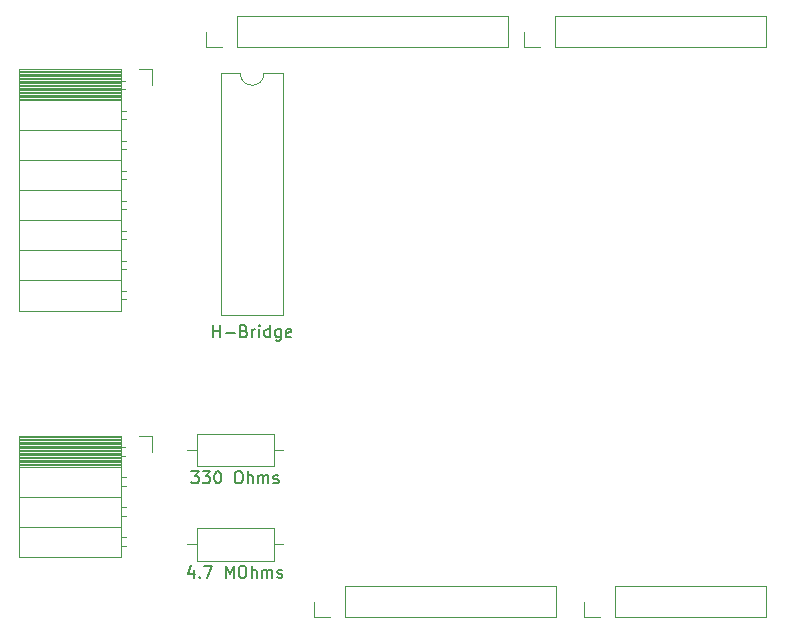
<source format=gbr>
%TF.GenerationSoftware,KiCad,Pcbnew,8.0.4*%
%TF.CreationDate,2024-11-21T12:13:07-05:00*%
%TF.ProjectId,ArduinoUnoR4Shield,41726475-696e-46f5-956e-6f5234536869,1.0*%
%TF.SameCoordinates,Original*%
%TF.FileFunction,Legend,Top*%
%TF.FilePolarity,Positive*%
%FSLAX46Y46*%
G04 Gerber Fmt 4.6, Leading zero omitted, Abs format (unit mm)*
G04 Created by KiCad (PCBNEW 8.0.4) date 2024-11-21 12:13:07*
%MOMM*%
%LPD*%
G01*
G04 APERTURE LIST*
%ADD10C,0.150000*%
%ADD11C,0.120000*%
G04 APERTURE END LIST*
D10*
X124724286Y-94454819D02*
X124724286Y-93454819D01*
X124724286Y-93931009D02*
X125295714Y-93931009D01*
X125295714Y-94454819D02*
X125295714Y-93454819D01*
X125771905Y-94073866D02*
X126533810Y-94073866D01*
X127343333Y-93931009D02*
X127486190Y-93978628D01*
X127486190Y-93978628D02*
X127533809Y-94026247D01*
X127533809Y-94026247D02*
X127581428Y-94121485D01*
X127581428Y-94121485D02*
X127581428Y-94264342D01*
X127581428Y-94264342D02*
X127533809Y-94359580D01*
X127533809Y-94359580D02*
X127486190Y-94407200D01*
X127486190Y-94407200D02*
X127390952Y-94454819D01*
X127390952Y-94454819D02*
X127010000Y-94454819D01*
X127010000Y-94454819D02*
X127010000Y-93454819D01*
X127010000Y-93454819D02*
X127343333Y-93454819D01*
X127343333Y-93454819D02*
X127438571Y-93502438D01*
X127438571Y-93502438D02*
X127486190Y-93550057D01*
X127486190Y-93550057D02*
X127533809Y-93645295D01*
X127533809Y-93645295D02*
X127533809Y-93740533D01*
X127533809Y-93740533D02*
X127486190Y-93835771D01*
X127486190Y-93835771D02*
X127438571Y-93883390D01*
X127438571Y-93883390D02*
X127343333Y-93931009D01*
X127343333Y-93931009D02*
X127010000Y-93931009D01*
X128010000Y-94454819D02*
X128010000Y-93788152D01*
X128010000Y-93978628D02*
X128057619Y-93883390D01*
X128057619Y-93883390D02*
X128105238Y-93835771D01*
X128105238Y-93835771D02*
X128200476Y-93788152D01*
X128200476Y-93788152D02*
X128295714Y-93788152D01*
X128629048Y-94454819D02*
X128629048Y-93788152D01*
X128629048Y-93454819D02*
X128581429Y-93502438D01*
X128581429Y-93502438D02*
X128629048Y-93550057D01*
X128629048Y-93550057D02*
X128676667Y-93502438D01*
X128676667Y-93502438D02*
X128629048Y-93454819D01*
X128629048Y-93454819D02*
X128629048Y-93550057D01*
X129533809Y-94454819D02*
X129533809Y-93454819D01*
X129533809Y-94407200D02*
X129438571Y-94454819D01*
X129438571Y-94454819D02*
X129248095Y-94454819D01*
X129248095Y-94454819D02*
X129152857Y-94407200D01*
X129152857Y-94407200D02*
X129105238Y-94359580D01*
X129105238Y-94359580D02*
X129057619Y-94264342D01*
X129057619Y-94264342D02*
X129057619Y-93978628D01*
X129057619Y-93978628D02*
X129105238Y-93883390D01*
X129105238Y-93883390D02*
X129152857Y-93835771D01*
X129152857Y-93835771D02*
X129248095Y-93788152D01*
X129248095Y-93788152D02*
X129438571Y-93788152D01*
X129438571Y-93788152D02*
X129533809Y-93835771D01*
X130438571Y-93788152D02*
X130438571Y-94597676D01*
X130438571Y-94597676D02*
X130390952Y-94692914D01*
X130390952Y-94692914D02*
X130343333Y-94740533D01*
X130343333Y-94740533D02*
X130248095Y-94788152D01*
X130248095Y-94788152D02*
X130105238Y-94788152D01*
X130105238Y-94788152D02*
X130010000Y-94740533D01*
X130438571Y-94407200D02*
X130343333Y-94454819D01*
X130343333Y-94454819D02*
X130152857Y-94454819D01*
X130152857Y-94454819D02*
X130057619Y-94407200D01*
X130057619Y-94407200D02*
X130010000Y-94359580D01*
X130010000Y-94359580D02*
X129962381Y-94264342D01*
X129962381Y-94264342D02*
X129962381Y-93978628D01*
X129962381Y-93978628D02*
X130010000Y-93883390D01*
X130010000Y-93883390D02*
X130057619Y-93835771D01*
X130057619Y-93835771D02*
X130152857Y-93788152D01*
X130152857Y-93788152D02*
X130343333Y-93788152D01*
X130343333Y-93788152D02*
X130438571Y-93835771D01*
X131295714Y-94407200D02*
X131200476Y-94454819D01*
X131200476Y-94454819D02*
X131010000Y-94454819D01*
X131010000Y-94454819D02*
X130914762Y-94407200D01*
X130914762Y-94407200D02*
X130867143Y-94311961D01*
X130867143Y-94311961D02*
X130867143Y-93931009D01*
X130867143Y-93931009D02*
X130914762Y-93835771D01*
X130914762Y-93835771D02*
X131010000Y-93788152D01*
X131010000Y-93788152D02*
X131200476Y-93788152D01*
X131200476Y-93788152D02*
X131295714Y-93835771D01*
X131295714Y-93835771D02*
X131343333Y-93931009D01*
X131343333Y-93931009D02*
X131343333Y-94026247D01*
X131343333Y-94026247D02*
X130867143Y-94121485D01*
X123056190Y-114158152D02*
X123056190Y-114824819D01*
X122818095Y-113777200D02*
X122580000Y-114491485D01*
X122580000Y-114491485D02*
X123199047Y-114491485D01*
X123580000Y-114729580D02*
X123627619Y-114777200D01*
X123627619Y-114777200D02*
X123580000Y-114824819D01*
X123580000Y-114824819D02*
X123532381Y-114777200D01*
X123532381Y-114777200D02*
X123580000Y-114729580D01*
X123580000Y-114729580D02*
X123580000Y-114824819D01*
X123960952Y-113824819D02*
X124627618Y-113824819D01*
X124627618Y-113824819D02*
X124199047Y-114824819D01*
X125770476Y-114824819D02*
X125770476Y-113824819D01*
X125770476Y-113824819D02*
X126103809Y-114539104D01*
X126103809Y-114539104D02*
X126437142Y-113824819D01*
X126437142Y-113824819D02*
X126437142Y-114824819D01*
X127103809Y-113824819D02*
X127294285Y-113824819D01*
X127294285Y-113824819D02*
X127389523Y-113872438D01*
X127389523Y-113872438D02*
X127484761Y-113967676D01*
X127484761Y-113967676D02*
X127532380Y-114158152D01*
X127532380Y-114158152D02*
X127532380Y-114491485D01*
X127532380Y-114491485D02*
X127484761Y-114681961D01*
X127484761Y-114681961D02*
X127389523Y-114777200D01*
X127389523Y-114777200D02*
X127294285Y-114824819D01*
X127294285Y-114824819D02*
X127103809Y-114824819D01*
X127103809Y-114824819D02*
X127008571Y-114777200D01*
X127008571Y-114777200D02*
X126913333Y-114681961D01*
X126913333Y-114681961D02*
X126865714Y-114491485D01*
X126865714Y-114491485D02*
X126865714Y-114158152D01*
X126865714Y-114158152D02*
X126913333Y-113967676D01*
X126913333Y-113967676D02*
X127008571Y-113872438D01*
X127008571Y-113872438D02*
X127103809Y-113824819D01*
X127960952Y-114824819D02*
X127960952Y-113824819D01*
X128389523Y-114824819D02*
X128389523Y-114301009D01*
X128389523Y-114301009D02*
X128341904Y-114205771D01*
X128341904Y-114205771D02*
X128246666Y-114158152D01*
X128246666Y-114158152D02*
X128103809Y-114158152D01*
X128103809Y-114158152D02*
X128008571Y-114205771D01*
X128008571Y-114205771D02*
X127960952Y-114253390D01*
X128865714Y-114824819D02*
X128865714Y-114158152D01*
X128865714Y-114253390D02*
X128913333Y-114205771D01*
X128913333Y-114205771D02*
X129008571Y-114158152D01*
X129008571Y-114158152D02*
X129151428Y-114158152D01*
X129151428Y-114158152D02*
X129246666Y-114205771D01*
X129246666Y-114205771D02*
X129294285Y-114301009D01*
X129294285Y-114301009D02*
X129294285Y-114824819D01*
X129294285Y-114301009D02*
X129341904Y-114205771D01*
X129341904Y-114205771D02*
X129437142Y-114158152D01*
X129437142Y-114158152D02*
X129579999Y-114158152D01*
X129579999Y-114158152D02*
X129675238Y-114205771D01*
X129675238Y-114205771D02*
X129722857Y-114301009D01*
X129722857Y-114301009D02*
X129722857Y-114824819D01*
X130151428Y-114777200D02*
X130246666Y-114824819D01*
X130246666Y-114824819D02*
X130437142Y-114824819D01*
X130437142Y-114824819D02*
X130532380Y-114777200D01*
X130532380Y-114777200D02*
X130579999Y-114681961D01*
X130579999Y-114681961D02*
X130579999Y-114634342D01*
X130579999Y-114634342D02*
X130532380Y-114539104D01*
X130532380Y-114539104D02*
X130437142Y-114491485D01*
X130437142Y-114491485D02*
X130294285Y-114491485D01*
X130294285Y-114491485D02*
X130199047Y-114443866D01*
X130199047Y-114443866D02*
X130151428Y-114348628D01*
X130151428Y-114348628D02*
X130151428Y-114301009D01*
X130151428Y-114301009D02*
X130199047Y-114205771D01*
X130199047Y-114205771D02*
X130294285Y-114158152D01*
X130294285Y-114158152D02*
X130437142Y-114158152D01*
X130437142Y-114158152D02*
X130532380Y-114205771D01*
X122865714Y-105824819D02*
X123484761Y-105824819D01*
X123484761Y-105824819D02*
X123151428Y-106205771D01*
X123151428Y-106205771D02*
X123294285Y-106205771D01*
X123294285Y-106205771D02*
X123389523Y-106253390D01*
X123389523Y-106253390D02*
X123437142Y-106301009D01*
X123437142Y-106301009D02*
X123484761Y-106396247D01*
X123484761Y-106396247D02*
X123484761Y-106634342D01*
X123484761Y-106634342D02*
X123437142Y-106729580D01*
X123437142Y-106729580D02*
X123389523Y-106777200D01*
X123389523Y-106777200D02*
X123294285Y-106824819D01*
X123294285Y-106824819D02*
X123008571Y-106824819D01*
X123008571Y-106824819D02*
X122913333Y-106777200D01*
X122913333Y-106777200D02*
X122865714Y-106729580D01*
X123818095Y-105824819D02*
X124437142Y-105824819D01*
X124437142Y-105824819D02*
X124103809Y-106205771D01*
X124103809Y-106205771D02*
X124246666Y-106205771D01*
X124246666Y-106205771D02*
X124341904Y-106253390D01*
X124341904Y-106253390D02*
X124389523Y-106301009D01*
X124389523Y-106301009D02*
X124437142Y-106396247D01*
X124437142Y-106396247D02*
X124437142Y-106634342D01*
X124437142Y-106634342D02*
X124389523Y-106729580D01*
X124389523Y-106729580D02*
X124341904Y-106777200D01*
X124341904Y-106777200D02*
X124246666Y-106824819D01*
X124246666Y-106824819D02*
X123960952Y-106824819D01*
X123960952Y-106824819D02*
X123865714Y-106777200D01*
X123865714Y-106777200D02*
X123818095Y-106729580D01*
X125056190Y-105824819D02*
X125151428Y-105824819D01*
X125151428Y-105824819D02*
X125246666Y-105872438D01*
X125246666Y-105872438D02*
X125294285Y-105920057D01*
X125294285Y-105920057D02*
X125341904Y-106015295D01*
X125341904Y-106015295D02*
X125389523Y-106205771D01*
X125389523Y-106205771D02*
X125389523Y-106443866D01*
X125389523Y-106443866D02*
X125341904Y-106634342D01*
X125341904Y-106634342D02*
X125294285Y-106729580D01*
X125294285Y-106729580D02*
X125246666Y-106777200D01*
X125246666Y-106777200D02*
X125151428Y-106824819D01*
X125151428Y-106824819D02*
X125056190Y-106824819D01*
X125056190Y-106824819D02*
X124960952Y-106777200D01*
X124960952Y-106777200D02*
X124913333Y-106729580D01*
X124913333Y-106729580D02*
X124865714Y-106634342D01*
X124865714Y-106634342D02*
X124818095Y-106443866D01*
X124818095Y-106443866D02*
X124818095Y-106205771D01*
X124818095Y-106205771D02*
X124865714Y-106015295D01*
X124865714Y-106015295D02*
X124913333Y-105920057D01*
X124913333Y-105920057D02*
X124960952Y-105872438D01*
X124960952Y-105872438D02*
X125056190Y-105824819D01*
X126770476Y-105824819D02*
X126960952Y-105824819D01*
X126960952Y-105824819D02*
X127056190Y-105872438D01*
X127056190Y-105872438D02*
X127151428Y-105967676D01*
X127151428Y-105967676D02*
X127199047Y-106158152D01*
X127199047Y-106158152D02*
X127199047Y-106491485D01*
X127199047Y-106491485D02*
X127151428Y-106681961D01*
X127151428Y-106681961D02*
X127056190Y-106777200D01*
X127056190Y-106777200D02*
X126960952Y-106824819D01*
X126960952Y-106824819D02*
X126770476Y-106824819D01*
X126770476Y-106824819D02*
X126675238Y-106777200D01*
X126675238Y-106777200D02*
X126580000Y-106681961D01*
X126580000Y-106681961D02*
X126532381Y-106491485D01*
X126532381Y-106491485D02*
X126532381Y-106158152D01*
X126532381Y-106158152D02*
X126580000Y-105967676D01*
X126580000Y-105967676D02*
X126675238Y-105872438D01*
X126675238Y-105872438D02*
X126770476Y-105824819D01*
X127627619Y-106824819D02*
X127627619Y-105824819D01*
X128056190Y-106824819D02*
X128056190Y-106301009D01*
X128056190Y-106301009D02*
X128008571Y-106205771D01*
X128008571Y-106205771D02*
X127913333Y-106158152D01*
X127913333Y-106158152D02*
X127770476Y-106158152D01*
X127770476Y-106158152D02*
X127675238Y-106205771D01*
X127675238Y-106205771D02*
X127627619Y-106253390D01*
X128532381Y-106824819D02*
X128532381Y-106158152D01*
X128532381Y-106253390D02*
X128580000Y-106205771D01*
X128580000Y-106205771D02*
X128675238Y-106158152D01*
X128675238Y-106158152D02*
X128818095Y-106158152D01*
X128818095Y-106158152D02*
X128913333Y-106205771D01*
X128913333Y-106205771D02*
X128960952Y-106301009D01*
X128960952Y-106301009D02*
X128960952Y-106824819D01*
X128960952Y-106301009D02*
X129008571Y-106205771D01*
X129008571Y-106205771D02*
X129103809Y-106158152D01*
X129103809Y-106158152D02*
X129246666Y-106158152D01*
X129246666Y-106158152D02*
X129341905Y-106205771D01*
X129341905Y-106205771D02*
X129389524Y-106301009D01*
X129389524Y-106301009D02*
X129389524Y-106824819D01*
X129818095Y-106777200D02*
X129913333Y-106824819D01*
X129913333Y-106824819D02*
X130103809Y-106824819D01*
X130103809Y-106824819D02*
X130199047Y-106777200D01*
X130199047Y-106777200D02*
X130246666Y-106681961D01*
X130246666Y-106681961D02*
X130246666Y-106634342D01*
X130246666Y-106634342D02*
X130199047Y-106539104D01*
X130199047Y-106539104D02*
X130103809Y-106491485D01*
X130103809Y-106491485D02*
X129960952Y-106491485D01*
X129960952Y-106491485D02*
X129865714Y-106443866D01*
X129865714Y-106443866D02*
X129818095Y-106348628D01*
X129818095Y-106348628D02*
X129818095Y-106301009D01*
X129818095Y-106301009D02*
X129865714Y-106205771D01*
X129865714Y-106205771D02*
X129960952Y-106158152D01*
X129960952Y-106158152D02*
X130103809Y-106158152D01*
X130103809Y-106158152D02*
X130199047Y-106205771D01*
D11*
%TO.C,H-Bridge*%
X125360000Y-72130000D02*
X125360000Y-92570000D01*
X125360000Y-92570000D02*
X130660000Y-92570000D01*
X127010000Y-72130000D02*
X125360000Y-72130000D01*
X130660000Y-72130000D02*
X129010000Y-72130000D01*
X130660000Y-92570000D02*
X130660000Y-72130000D01*
X129010000Y-72130000D02*
G75*
G02*
X127010000Y-72130000I-1000000J0D01*
G01*
%TO.C,J1*%
X108310000Y-71795000D02*
X108310000Y-92235000D01*
X108310000Y-71795000D02*
X116940000Y-71795000D01*
X108310000Y-71915000D02*
X116940000Y-71915000D01*
X108310000Y-72033095D02*
X116940000Y-72033095D01*
X108310000Y-72151190D02*
X116940000Y-72151190D01*
X108310000Y-72269285D02*
X116940000Y-72269285D01*
X108310000Y-72387380D02*
X116940000Y-72387380D01*
X108310000Y-72505475D02*
X116940000Y-72505475D01*
X108310000Y-72623570D02*
X116940000Y-72623570D01*
X108310000Y-72741665D02*
X116940000Y-72741665D01*
X108310000Y-72859760D02*
X116940000Y-72859760D01*
X108310000Y-72977855D02*
X116940000Y-72977855D01*
X108310000Y-73095950D02*
X116940000Y-73095950D01*
X108310000Y-73214045D02*
X116940000Y-73214045D01*
X108310000Y-73332140D02*
X116940000Y-73332140D01*
X108310000Y-73450235D02*
X116940000Y-73450235D01*
X108310000Y-73568330D02*
X116940000Y-73568330D01*
X108310000Y-73686425D02*
X116940000Y-73686425D01*
X108310000Y-73804520D02*
X116940000Y-73804520D01*
X108310000Y-73922615D02*
X116940000Y-73922615D01*
X108310000Y-74040710D02*
X116940000Y-74040710D01*
X108310000Y-74158805D02*
X116940000Y-74158805D01*
X108310000Y-74276900D02*
X116940000Y-74276900D01*
X108310000Y-74395000D02*
X116940000Y-74395000D01*
X108310000Y-76935000D02*
X116940000Y-76935000D01*
X108310000Y-79475000D02*
X116940000Y-79475000D01*
X108310000Y-82015000D02*
X116940000Y-82015000D01*
X108310000Y-84555000D02*
X116940000Y-84555000D01*
X108310000Y-87095000D02*
X116940000Y-87095000D01*
X108310000Y-89635000D02*
X116940000Y-89635000D01*
X108310000Y-92235000D02*
X116940000Y-92235000D01*
X116940000Y-71795000D02*
X116940000Y-92235000D01*
X116940000Y-72765000D02*
X117290000Y-72765000D01*
X116940000Y-73485000D02*
X117290000Y-73485000D01*
X116940000Y-75305000D02*
X117350000Y-75305000D01*
X116940000Y-76025000D02*
X117350000Y-76025000D01*
X116940000Y-77845000D02*
X117350000Y-77845000D01*
X116940000Y-78565000D02*
X117350000Y-78565000D01*
X116940000Y-80385000D02*
X117350000Y-80385000D01*
X116940000Y-81105000D02*
X117350000Y-81105000D01*
X116940000Y-82925000D02*
X117350000Y-82925000D01*
X116940000Y-83645000D02*
X117350000Y-83645000D01*
X116940000Y-85465000D02*
X117350000Y-85465000D01*
X116940000Y-86185000D02*
X117350000Y-86185000D01*
X116940000Y-88005000D02*
X117350000Y-88005000D01*
X116940000Y-88725000D02*
X117350000Y-88725000D01*
X116940000Y-90545000D02*
X117350000Y-90545000D01*
X116940000Y-91265000D02*
X117350000Y-91265000D01*
X118400000Y-71795000D02*
X119510000Y-71795000D01*
X119510000Y-71795000D02*
X119510000Y-73125000D01*
%TO.C,4.7 MOhms*%
X122540000Y-112000000D02*
X123310000Y-112000000D01*
X123310000Y-110630000D02*
X123310000Y-113370000D01*
X123310000Y-113370000D02*
X129850000Y-113370000D01*
X129850000Y-110630000D02*
X123310000Y-110630000D01*
X129850000Y-113370000D02*
X129850000Y-110630000D01*
X130620000Y-112000000D02*
X129850000Y-112000000D01*
%TO.C,330 Ohms*%
X122540000Y-104000000D02*
X123310000Y-104000000D01*
X123310000Y-102630000D02*
X123310000Y-105370000D01*
X123310000Y-105370000D02*
X129850000Y-105370000D01*
X129850000Y-102630000D02*
X123310000Y-102630000D01*
X129850000Y-105370000D02*
X129850000Y-102630000D01*
X130620000Y-104000000D02*
X129850000Y-104000000D01*
%TO.C,U7*%
X151069990Y-69910010D02*
X151069990Y-68580010D01*
X152399990Y-69910010D02*
X151069990Y-69910010D01*
X153669990Y-67250010D02*
X171509990Y-67250010D01*
X153669990Y-69910010D02*
X153669990Y-67250010D01*
X153669990Y-69910010D02*
X171509990Y-69910010D01*
X171509990Y-69910010D02*
X171509990Y-67250010D01*
%TO.C,U6*%
X124146000Y-69910000D02*
X124146000Y-68580000D01*
X125476000Y-69910000D02*
X124146000Y-69910000D01*
X126746000Y-67250000D02*
X149666000Y-67250000D01*
X126746000Y-69910000D02*
X126746000Y-67250000D01*
X126746000Y-69910000D02*
X149666000Y-69910000D01*
X149666000Y-69910000D02*
X149666000Y-67250000D01*
%TO.C,U3*%
X156150000Y-118170000D02*
X156150000Y-116840000D01*
X157480000Y-118170000D02*
X156150000Y-118170000D01*
X158750000Y-115510000D02*
X171510000Y-115510000D01*
X158750000Y-118170000D02*
X158750000Y-115510000D01*
X158750000Y-118170000D02*
X171510000Y-118170000D01*
X171510000Y-118170000D02*
X171510000Y-115510000D01*
%TO.C,U2*%
X133290000Y-118170000D02*
X133290000Y-116840000D01*
X134620000Y-118170000D02*
X133290000Y-118170000D01*
X135890000Y-115510000D02*
X153730000Y-115510000D01*
X135890000Y-118170000D02*
X135890000Y-115510000D01*
X135890000Y-118170000D02*
X153730000Y-118170000D01*
X153730000Y-118170000D02*
X153730000Y-115510000D01*
%TO.C,J2*%
X108310000Y-102820000D02*
X108310000Y-113100000D01*
X108310000Y-102820000D02*
X116940000Y-102820000D01*
X108310000Y-102940000D02*
X116940000Y-102940000D01*
X108310000Y-103058095D02*
X116940000Y-103058095D01*
X108310000Y-103176190D02*
X116940000Y-103176190D01*
X108310000Y-103294285D02*
X116940000Y-103294285D01*
X108310000Y-103412380D02*
X116940000Y-103412380D01*
X108310000Y-103530475D02*
X116940000Y-103530475D01*
X108310000Y-103648570D02*
X116940000Y-103648570D01*
X108310000Y-103766665D02*
X116940000Y-103766665D01*
X108310000Y-103884760D02*
X116940000Y-103884760D01*
X108310000Y-104002855D02*
X116940000Y-104002855D01*
X108310000Y-104120950D02*
X116940000Y-104120950D01*
X108310000Y-104239045D02*
X116940000Y-104239045D01*
X108310000Y-104357140D02*
X116940000Y-104357140D01*
X108310000Y-104475235D02*
X116940000Y-104475235D01*
X108310000Y-104593330D02*
X116940000Y-104593330D01*
X108310000Y-104711425D02*
X116940000Y-104711425D01*
X108310000Y-104829520D02*
X116940000Y-104829520D01*
X108310000Y-104947615D02*
X116940000Y-104947615D01*
X108310000Y-105065710D02*
X116940000Y-105065710D01*
X108310000Y-105183805D02*
X116940000Y-105183805D01*
X108310000Y-105301900D02*
X116940000Y-105301900D01*
X108310000Y-105420000D02*
X116940000Y-105420000D01*
X108310000Y-107960000D02*
X116940000Y-107960000D01*
X108310000Y-110500000D02*
X116940000Y-110500000D01*
X108310000Y-113100000D02*
X116940000Y-113100000D01*
X116940000Y-102820000D02*
X116940000Y-113100000D01*
X116940000Y-103790000D02*
X117290000Y-103790000D01*
X116940000Y-104510000D02*
X117290000Y-104510000D01*
X116940000Y-106330000D02*
X117350000Y-106330000D01*
X116940000Y-107050000D02*
X117350000Y-107050000D01*
X116940000Y-108870000D02*
X117350000Y-108870000D01*
X116940000Y-109590000D02*
X117350000Y-109590000D01*
X116940000Y-111410000D02*
X117350000Y-111410000D01*
X116940000Y-112130000D02*
X117350000Y-112130000D01*
X118400000Y-102820000D02*
X119510000Y-102820000D01*
X119510000Y-102820000D02*
X119510000Y-104150000D01*
%TD*%
M02*

</source>
